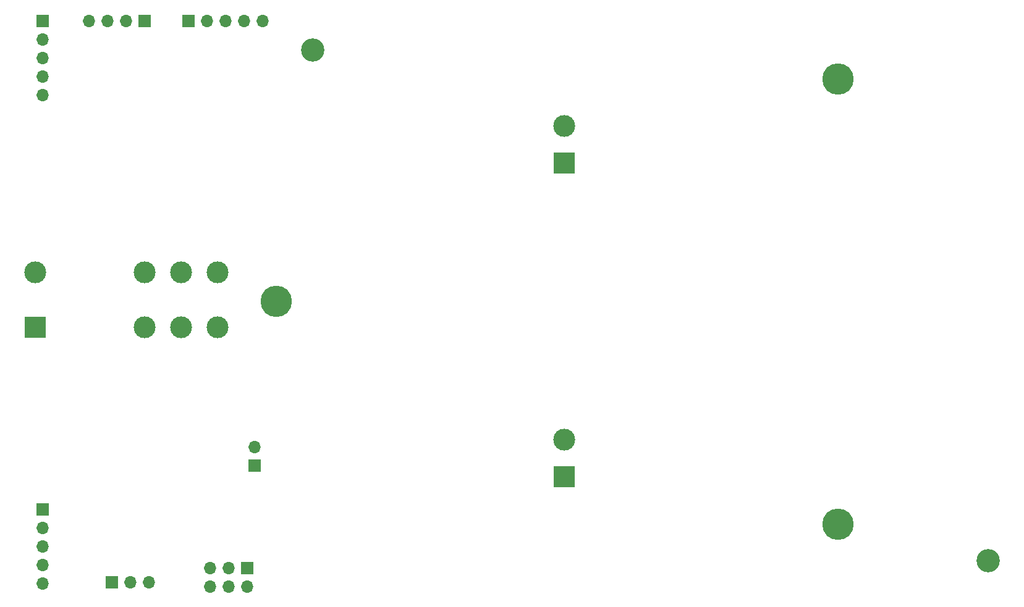
<source format=gbs>
G04 #@! TF.GenerationSoftware,KiCad,Pcbnew,(5.1.8)-1*
G04 #@! TF.CreationDate,2021-05-16T02:31:53+02:00*
G04 #@! TF.ProjectId,gtimer,6774696d-6572-42e6-9b69-6361645f7063,rev?*
G04 #@! TF.SameCoordinates,Original*
G04 #@! TF.FileFunction,Soldermask,Bot*
G04 #@! TF.FilePolarity,Negative*
%FSLAX46Y46*%
G04 Gerber Fmt 4.6, Leading zero omitted, Abs format (unit mm)*
G04 Created by KiCad (PCBNEW (5.1.8)-1) date 2021-05-16 02:31:53*
%MOMM*%
%LPD*%
G01*
G04 APERTURE LIST*
%ADD10R,1.700000X1.700000*%
%ADD11O,1.700000X1.700000*%
%ADD12C,3.200000*%
%ADD13C,4.300000*%
%ADD14R,3.000000X3.000000*%
%ADD15C,3.000000*%
G04 APERTURE END LIST*
D10*
X26000000Y-91000000D03*
D11*
X26000000Y-93540000D03*
X26000000Y-96080000D03*
X26000000Y-98620000D03*
X26000000Y-101160000D03*
D10*
X26000000Y-24000000D03*
D11*
X26000000Y-26540000D03*
X26000000Y-29080000D03*
X26000000Y-31620000D03*
X26000000Y-34160000D03*
D12*
X63000000Y-28000000D03*
X155500000Y-98000000D03*
D13*
X135000000Y-93000000D03*
X135000000Y-32000000D03*
X58000000Y-62500000D03*
D10*
X46000000Y-24000000D03*
D11*
X48540000Y-24000000D03*
X51080000Y-24000000D03*
X53620000Y-24000000D03*
X56160000Y-24000000D03*
D14*
X97500000Y-43500000D03*
D15*
X97500000Y-38420000D03*
D14*
X97500000Y-86500000D03*
D15*
X97500000Y-81420000D03*
D14*
X25000000Y-66000000D03*
D15*
X25000000Y-58500000D03*
X45000000Y-66000000D03*
X50000000Y-66000000D03*
X40000000Y-66000000D03*
X45000000Y-58500000D03*
X50000000Y-58500000D03*
X40000000Y-58500000D03*
D10*
X55000000Y-85000000D03*
D11*
X55000000Y-82460000D03*
D10*
X54000000Y-99000000D03*
D11*
X54000000Y-101540000D03*
X51460000Y-99000000D03*
X51460000Y-101540000D03*
X48920000Y-99000000D03*
X48920000Y-101540000D03*
D10*
X35500000Y-101000000D03*
D11*
X38040000Y-101000000D03*
X40580000Y-101000000D03*
D10*
X40000000Y-24000000D03*
D11*
X37460000Y-24000000D03*
X34920000Y-24000000D03*
X32380000Y-24000000D03*
M02*

</source>
